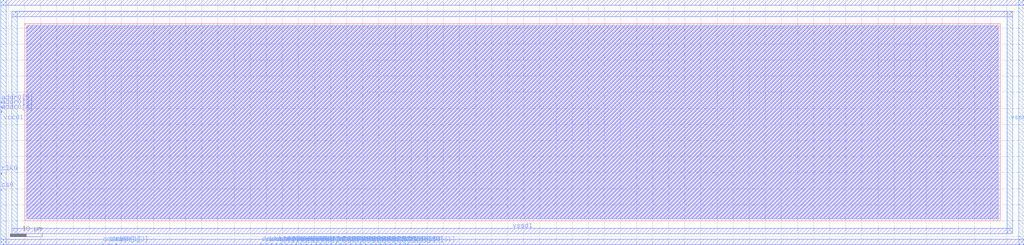
<source format=lef>
VERSION 5.4 ;
NAMESCASESENSITIVE ON ;
BUSBITCHARS "[]" ;
DIVIDERCHAR "/" ;
UNITS
  DATABASE MICRONS 1000 ;
END UNITS
MACRO sky130_rom_krom
   CLASS BLOCK ;
   SIZE 302.89 BY 61.28 ;
   SYMMETRY X Y R90 ;
   PIN clk0
      DIRECTION INPUT ;
      PORT
         LAYER met3 ;
         RECT  -7.48 14.51 -7.1 14.89 ;
      END
   END clk0
   PIN cs0
      DIRECTION INPUT ;
      PORT
         LAYER met3 ;
         RECT  -7.48 9.475 -7.1 9.855 ;
      END
   END cs0
   PIN addr0[0]
      DIRECTION INPUT ;
      PORT
         LAYER met4 ;
         RECT  24.07 -7.48 24.45 -7.1 ;
      END
   END addr0[0]
   PIN addr0[1]
      DIRECTION INPUT ;
      PORT
         LAYER met4 ;
         RECT  26.11 -7.48 26.49 -7.1 ;
      END
   END addr0[1]
   PIN addr0[2]
      DIRECTION INPUT ;
      PORT
         LAYER met4 ;
         RECT  28.15 -7.48 28.53 -7.1 ;
      END
   END addr0[2]
   PIN addr0[3]
      DIRECTION INPUT ;
      PORT
         LAYER met3 ;
         RECT  -7.48 35.19 -7.1 35.57 ;
      END
   END addr0[3]
   PIN addr0[4]
      DIRECTION INPUT ;
      PORT
         LAYER met3 ;
         RECT  -7.48 33.72 -7.1 34.1 ;
      END
   END addr0[4]
   PIN addr0[5]
      DIRECTION INPUT ;
      PORT
         LAYER met3 ;
         RECT  -7.48 36.675 -7.1 37.055 ;
      END
   END addr0[5]
   PIN dout0[0]
      DIRECTION OUTPUT ;
      PORT
         LAYER met4 ;
         RECT  73.355 -7.48 73.735 -7.1 ;
      END
   END dout0[0]
   PIN dout0[1]
      DIRECTION OUTPUT ;
      PORT
         LAYER met4 ;
         RECT  74.895 -7.48 75.275 -7.1 ;
      END
   END dout0[1]
   PIN dout0[2]
      DIRECTION OUTPUT ;
      PORT
         LAYER met4 ;
         RECT  76.435 -7.48 76.815 -7.1 ;
      END
   END dout0[2]
   PIN dout0[3]
      DIRECTION OUTPUT ;
      PORT
         LAYER met4 ;
         RECT  77.975 -7.48 78.355 -7.1 ;
      END
   END dout0[3]
   PIN dout0[4]
      DIRECTION OUTPUT ;
      PORT
         LAYER met4 ;
         RECT  79.515 -7.48 79.895 -7.1 ;
      END
   END dout0[4]
   PIN dout0[5]
      DIRECTION OUTPUT ;
      PORT
         LAYER met4 ;
         RECT  81.055 -7.48 81.435 -7.1 ;
      END
   END dout0[5]
   PIN dout0[6]
      DIRECTION OUTPUT ;
      PORT
         LAYER met4 ;
         RECT  82.595 -7.48 82.975 -7.1 ;
      END
   END dout0[6]
   PIN dout0[7]
      DIRECTION OUTPUT ;
      PORT
         LAYER met4 ;
         RECT  84.135 -7.48 84.515 -7.1 ;
      END
   END dout0[7]
   PIN dout0[8]
      DIRECTION OUTPUT ;
      PORT
         LAYER met4 ;
         RECT  85.675 -7.48 86.055 -7.1 ;
      END
   END dout0[8]
   PIN dout0[9]
      DIRECTION OUTPUT ;
      PORT
         LAYER met4 ;
         RECT  87.215 -7.48 87.595 -7.1 ;
      END
   END dout0[9]
   PIN dout0[10]
      DIRECTION OUTPUT ;
      PORT
         LAYER met4 ;
         RECT  88.755 -7.48 89.135 -7.1 ;
      END
   END dout0[10]
   PIN dout0[11]
      DIRECTION OUTPUT ;
      PORT
         LAYER met4 ;
         RECT  90.295 -7.48 90.675 -7.1 ;
      END
   END dout0[11]
   PIN dout0[12]
      DIRECTION OUTPUT ;
      PORT
         LAYER met4 ;
         RECT  91.835 -7.48 92.215 -7.1 ;
      END
   END dout0[12]
   PIN dout0[13]
      DIRECTION OUTPUT ;
      PORT
         LAYER met4 ;
         RECT  93.375 -7.48 93.755 -7.1 ;
      END
   END dout0[13]
   PIN dout0[14]
      DIRECTION OUTPUT ;
      PORT
         LAYER met4 ;
         RECT  94.915 -7.48 95.295 -7.1 ;
      END
   END dout0[14]
   PIN dout0[15]
      DIRECTION OUTPUT ;
      PORT
         LAYER met4 ;
         RECT  96.455 -7.48 96.835 -7.1 ;
      END
   END dout0[15]
   PIN dout0[16]
      DIRECTION OUTPUT ;
      PORT
         LAYER met4 ;
         RECT  97.995 -7.48 98.375 -7.1 ;
      END
   END dout0[16]
   PIN dout0[17]
      DIRECTION OUTPUT ;
      PORT
         LAYER met4 ;
         RECT  99.535 -7.48 99.915 -7.1 ;
      END
   END dout0[17]
   PIN dout0[18]
      DIRECTION OUTPUT ;
      PORT
         LAYER met4 ;
         RECT  101.075 -7.48 101.455 -7.1 ;
      END
   END dout0[18]
   PIN dout0[19]
      DIRECTION OUTPUT ;
      PORT
         LAYER met4 ;
         RECT  102.615 -7.48 102.995 -7.1 ;
      END
   END dout0[19]
   PIN dout0[20]
      DIRECTION OUTPUT ;
      PORT
         LAYER met4 ;
         RECT  104.155 -7.48 104.535 -7.1 ;
      END
   END dout0[20]
   PIN dout0[21]
      DIRECTION OUTPUT ;
      PORT
         LAYER met4 ;
         RECT  105.695 -7.48 106.075 -7.1 ;
      END
   END dout0[21]
   PIN dout0[22]
      DIRECTION OUTPUT ;
      PORT
         LAYER met4 ;
         RECT  107.235 -7.48 107.615 -7.1 ;
      END
   END dout0[22]
   PIN dout0[23]
      DIRECTION OUTPUT ;
      PORT
         LAYER met4 ;
         RECT  108.775 -7.48 109.155 -7.1 ;
      END
   END dout0[23]
   PIN dout0[24]
      DIRECTION OUTPUT ;
      PORT
         LAYER met4 ;
         RECT  110.315 -7.48 110.695 -7.1 ;
      END
   END dout0[24]
   PIN dout0[25]
      DIRECTION OUTPUT ;
      PORT
         LAYER met4 ;
         RECT  111.855 -7.48 112.235 -7.1 ;
      END
   END dout0[25]
   PIN dout0[26]
      DIRECTION OUTPUT ;
      PORT
         LAYER met4 ;
         RECT  113.395 -7.48 113.775 -7.1 ;
      END
   END dout0[26]
   PIN dout0[27]
      DIRECTION OUTPUT ;
      PORT
         LAYER met4 ;
         RECT  114.935 -7.48 115.315 -7.1 ;
      END
   END dout0[27]
   PIN dout0[28]
      DIRECTION OUTPUT ;
      PORT
         LAYER met4 ;
         RECT  116.475 -7.48 116.855 -7.1 ;
      END
   END dout0[28]
   PIN dout0[29]
      DIRECTION OUTPUT ;
      PORT
         LAYER met4 ;
         RECT  118.015 -7.48 118.395 -7.1 ;
      END
   END dout0[29]
   PIN dout0[30]
      DIRECTION OUTPUT ;
      PORT
         LAYER met4 ;
         RECT  118.81 -7.48 119.19 -7.1 ;
      END
   END dout0[30]
   PIN dout0[31]
      DIRECTION OUTPUT ;
      PORT
         LAYER met4 ;
         RECT  122.385 -7.48 122.765 -7.1 ;
      END
   END dout0[31]
   PIN vccd1
      DIRECTION INOUT ;
      USE POWER ; 
      SHAPE ABUTMENT ; 
      PORT
         LAYER met4 ;
         RECT  308.63 -7.48 310.37 68.76 ;
         LAYER met4 ;
         RECT  -7.48 -7.48 -5.74 68.76 ;
         LAYER met3 ;
         RECT  -7.48 -7.48 310.37 -5.74 ;
         LAYER met3 ;
         RECT  -7.48 67.02 310.37 68.76 ;
      END
   END vccd1
   PIN vssd1
      DIRECTION INOUT ;
      USE GROUND ; 
      SHAPE ABUTMENT ; 
      PORT
         LAYER met3 ;
         RECT  -4.0 63.54 306.89 65.28 ;
         LAYER met4 ;
         RECT  -4.0 -4.0 -2.26 65.28 ;
         LAYER met4 ;
         RECT  305.15 -4.0 306.89 65.28 ;
         LAYER met3 ;
         RECT  -4.0 -4.0 306.89 -2.26 ;
      END
   END vssd1
   OBS
   LAYER  met1 ;
      RECT  0.62 0.62 302.27 60.66 ;
   LAYER  met2 ;
      RECT  0.62 0.62 302.27 60.66 ;
   LAYER  met3 ;
      RECT  0.62 0.62 302.27 60.66 ;
   LAYER  met4 ;
      RECT  0.62 0.62 302.27 60.66 ;
   END
END    sky130_rom_krom
END    LIBRARY

</source>
